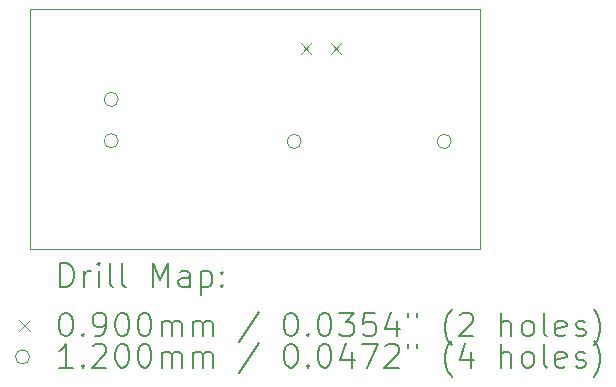
<source format=gbr>
%TF.GenerationSoftware,KiCad,Pcbnew,7.0.8*%
%TF.CreationDate,2024-01-27T00:41:18-03:00*%
%TF.ProjectId,Tarefa2,54617265-6661-4322-9e6b-696361645f70,rev?*%
%TF.SameCoordinates,Original*%
%TF.FileFunction,Drillmap*%
%TF.FilePolarity,Positive*%
%FSLAX45Y45*%
G04 Gerber Fmt 4.5, Leading zero omitted, Abs format (unit mm)*
G04 Created by KiCad (PCBNEW 7.0.8) date 2024-01-27 00:41:18*
%MOMM*%
%LPD*%
G01*
G04 APERTURE LIST*
%ADD10C,0.100000*%
%ADD11C,0.200000*%
%ADD12C,0.090000*%
%ADD13C,0.120000*%
G04 APERTURE END LIST*
D10*
X6375400Y-5562600D02*
X10185400Y-5562600D01*
X10185400Y-7594600D01*
X6375400Y-7594600D01*
X6375400Y-5562600D01*
D11*
D12*
X8666700Y-5847800D02*
X8756700Y-5937800D01*
X8756700Y-5847800D02*
X8666700Y-5937800D01*
X8920700Y-5847800D02*
X9010700Y-5937800D01*
X9010700Y-5847800D02*
X8920700Y-5937800D01*
D13*
X7121200Y-6324600D02*
G75*
G03*
X7121200Y-6324600I-60000J0D01*
G01*
X7121200Y-6674600D02*
G75*
G03*
X7121200Y-6674600I-60000J0D01*
G01*
X8670600Y-6680200D02*
G75*
G03*
X8670600Y-6680200I-60000J0D01*
G01*
X9940600Y-6680200D02*
G75*
G03*
X9940600Y-6680200I-60000J0D01*
G01*
D11*
X6631177Y-7911084D02*
X6631177Y-7711084D01*
X6631177Y-7711084D02*
X6678796Y-7711084D01*
X6678796Y-7711084D02*
X6707367Y-7720608D01*
X6707367Y-7720608D02*
X6726415Y-7739655D01*
X6726415Y-7739655D02*
X6735939Y-7758703D01*
X6735939Y-7758703D02*
X6745462Y-7796798D01*
X6745462Y-7796798D02*
X6745462Y-7825369D01*
X6745462Y-7825369D02*
X6735939Y-7863465D01*
X6735939Y-7863465D02*
X6726415Y-7882512D01*
X6726415Y-7882512D02*
X6707367Y-7901560D01*
X6707367Y-7901560D02*
X6678796Y-7911084D01*
X6678796Y-7911084D02*
X6631177Y-7911084D01*
X6831177Y-7911084D02*
X6831177Y-7777750D01*
X6831177Y-7815846D02*
X6840701Y-7796798D01*
X6840701Y-7796798D02*
X6850224Y-7787274D01*
X6850224Y-7787274D02*
X6869272Y-7777750D01*
X6869272Y-7777750D02*
X6888320Y-7777750D01*
X6954986Y-7911084D02*
X6954986Y-7777750D01*
X6954986Y-7711084D02*
X6945462Y-7720608D01*
X6945462Y-7720608D02*
X6954986Y-7730131D01*
X6954986Y-7730131D02*
X6964510Y-7720608D01*
X6964510Y-7720608D02*
X6954986Y-7711084D01*
X6954986Y-7711084D02*
X6954986Y-7730131D01*
X7078796Y-7911084D02*
X7059748Y-7901560D01*
X7059748Y-7901560D02*
X7050224Y-7882512D01*
X7050224Y-7882512D02*
X7050224Y-7711084D01*
X7183558Y-7911084D02*
X7164510Y-7901560D01*
X7164510Y-7901560D02*
X7154986Y-7882512D01*
X7154986Y-7882512D02*
X7154986Y-7711084D01*
X7412129Y-7911084D02*
X7412129Y-7711084D01*
X7412129Y-7711084D02*
X7478796Y-7853941D01*
X7478796Y-7853941D02*
X7545462Y-7711084D01*
X7545462Y-7711084D02*
X7545462Y-7911084D01*
X7726415Y-7911084D02*
X7726415Y-7806322D01*
X7726415Y-7806322D02*
X7716891Y-7787274D01*
X7716891Y-7787274D02*
X7697843Y-7777750D01*
X7697843Y-7777750D02*
X7659748Y-7777750D01*
X7659748Y-7777750D02*
X7640701Y-7787274D01*
X7726415Y-7901560D02*
X7707367Y-7911084D01*
X7707367Y-7911084D02*
X7659748Y-7911084D01*
X7659748Y-7911084D02*
X7640701Y-7901560D01*
X7640701Y-7901560D02*
X7631177Y-7882512D01*
X7631177Y-7882512D02*
X7631177Y-7863465D01*
X7631177Y-7863465D02*
X7640701Y-7844417D01*
X7640701Y-7844417D02*
X7659748Y-7834893D01*
X7659748Y-7834893D02*
X7707367Y-7834893D01*
X7707367Y-7834893D02*
X7726415Y-7825369D01*
X7821653Y-7777750D02*
X7821653Y-7977750D01*
X7821653Y-7787274D02*
X7840701Y-7777750D01*
X7840701Y-7777750D02*
X7878796Y-7777750D01*
X7878796Y-7777750D02*
X7897843Y-7787274D01*
X7897843Y-7787274D02*
X7907367Y-7796798D01*
X7907367Y-7796798D02*
X7916891Y-7815846D01*
X7916891Y-7815846D02*
X7916891Y-7872988D01*
X7916891Y-7872988D02*
X7907367Y-7892036D01*
X7907367Y-7892036D02*
X7897843Y-7901560D01*
X7897843Y-7901560D02*
X7878796Y-7911084D01*
X7878796Y-7911084D02*
X7840701Y-7911084D01*
X7840701Y-7911084D02*
X7821653Y-7901560D01*
X8002605Y-7892036D02*
X8012129Y-7901560D01*
X8012129Y-7901560D02*
X8002605Y-7911084D01*
X8002605Y-7911084D02*
X7993082Y-7901560D01*
X7993082Y-7901560D02*
X8002605Y-7892036D01*
X8002605Y-7892036D02*
X8002605Y-7911084D01*
X8002605Y-7787274D02*
X8012129Y-7796798D01*
X8012129Y-7796798D02*
X8002605Y-7806322D01*
X8002605Y-7806322D02*
X7993082Y-7796798D01*
X7993082Y-7796798D02*
X8002605Y-7787274D01*
X8002605Y-7787274D02*
X8002605Y-7806322D01*
D12*
X6280400Y-8194600D02*
X6370400Y-8284600D01*
X6370400Y-8194600D02*
X6280400Y-8284600D01*
D11*
X6669272Y-8131084D02*
X6688320Y-8131084D01*
X6688320Y-8131084D02*
X6707367Y-8140608D01*
X6707367Y-8140608D02*
X6716891Y-8150131D01*
X6716891Y-8150131D02*
X6726415Y-8169179D01*
X6726415Y-8169179D02*
X6735939Y-8207274D01*
X6735939Y-8207274D02*
X6735939Y-8254893D01*
X6735939Y-8254893D02*
X6726415Y-8292988D01*
X6726415Y-8292988D02*
X6716891Y-8312036D01*
X6716891Y-8312036D02*
X6707367Y-8321560D01*
X6707367Y-8321560D02*
X6688320Y-8331084D01*
X6688320Y-8331084D02*
X6669272Y-8331084D01*
X6669272Y-8331084D02*
X6650224Y-8321560D01*
X6650224Y-8321560D02*
X6640701Y-8312036D01*
X6640701Y-8312036D02*
X6631177Y-8292988D01*
X6631177Y-8292988D02*
X6621653Y-8254893D01*
X6621653Y-8254893D02*
X6621653Y-8207274D01*
X6621653Y-8207274D02*
X6631177Y-8169179D01*
X6631177Y-8169179D02*
X6640701Y-8150131D01*
X6640701Y-8150131D02*
X6650224Y-8140608D01*
X6650224Y-8140608D02*
X6669272Y-8131084D01*
X6821653Y-8312036D02*
X6831177Y-8321560D01*
X6831177Y-8321560D02*
X6821653Y-8331084D01*
X6821653Y-8331084D02*
X6812129Y-8321560D01*
X6812129Y-8321560D02*
X6821653Y-8312036D01*
X6821653Y-8312036D02*
X6821653Y-8331084D01*
X6926415Y-8331084D02*
X6964510Y-8331084D01*
X6964510Y-8331084D02*
X6983558Y-8321560D01*
X6983558Y-8321560D02*
X6993082Y-8312036D01*
X6993082Y-8312036D02*
X7012129Y-8283465D01*
X7012129Y-8283465D02*
X7021653Y-8245369D01*
X7021653Y-8245369D02*
X7021653Y-8169179D01*
X7021653Y-8169179D02*
X7012129Y-8150131D01*
X7012129Y-8150131D02*
X7002605Y-8140608D01*
X7002605Y-8140608D02*
X6983558Y-8131084D01*
X6983558Y-8131084D02*
X6945462Y-8131084D01*
X6945462Y-8131084D02*
X6926415Y-8140608D01*
X6926415Y-8140608D02*
X6916891Y-8150131D01*
X6916891Y-8150131D02*
X6907367Y-8169179D01*
X6907367Y-8169179D02*
X6907367Y-8216798D01*
X6907367Y-8216798D02*
X6916891Y-8235846D01*
X6916891Y-8235846D02*
X6926415Y-8245369D01*
X6926415Y-8245369D02*
X6945462Y-8254893D01*
X6945462Y-8254893D02*
X6983558Y-8254893D01*
X6983558Y-8254893D02*
X7002605Y-8245369D01*
X7002605Y-8245369D02*
X7012129Y-8235846D01*
X7012129Y-8235846D02*
X7021653Y-8216798D01*
X7145462Y-8131084D02*
X7164510Y-8131084D01*
X7164510Y-8131084D02*
X7183558Y-8140608D01*
X7183558Y-8140608D02*
X7193082Y-8150131D01*
X7193082Y-8150131D02*
X7202605Y-8169179D01*
X7202605Y-8169179D02*
X7212129Y-8207274D01*
X7212129Y-8207274D02*
X7212129Y-8254893D01*
X7212129Y-8254893D02*
X7202605Y-8292988D01*
X7202605Y-8292988D02*
X7193082Y-8312036D01*
X7193082Y-8312036D02*
X7183558Y-8321560D01*
X7183558Y-8321560D02*
X7164510Y-8331084D01*
X7164510Y-8331084D02*
X7145462Y-8331084D01*
X7145462Y-8331084D02*
X7126415Y-8321560D01*
X7126415Y-8321560D02*
X7116891Y-8312036D01*
X7116891Y-8312036D02*
X7107367Y-8292988D01*
X7107367Y-8292988D02*
X7097843Y-8254893D01*
X7097843Y-8254893D02*
X7097843Y-8207274D01*
X7097843Y-8207274D02*
X7107367Y-8169179D01*
X7107367Y-8169179D02*
X7116891Y-8150131D01*
X7116891Y-8150131D02*
X7126415Y-8140608D01*
X7126415Y-8140608D02*
X7145462Y-8131084D01*
X7335939Y-8131084D02*
X7354986Y-8131084D01*
X7354986Y-8131084D02*
X7374034Y-8140608D01*
X7374034Y-8140608D02*
X7383558Y-8150131D01*
X7383558Y-8150131D02*
X7393082Y-8169179D01*
X7393082Y-8169179D02*
X7402605Y-8207274D01*
X7402605Y-8207274D02*
X7402605Y-8254893D01*
X7402605Y-8254893D02*
X7393082Y-8292988D01*
X7393082Y-8292988D02*
X7383558Y-8312036D01*
X7383558Y-8312036D02*
X7374034Y-8321560D01*
X7374034Y-8321560D02*
X7354986Y-8331084D01*
X7354986Y-8331084D02*
X7335939Y-8331084D01*
X7335939Y-8331084D02*
X7316891Y-8321560D01*
X7316891Y-8321560D02*
X7307367Y-8312036D01*
X7307367Y-8312036D02*
X7297843Y-8292988D01*
X7297843Y-8292988D02*
X7288320Y-8254893D01*
X7288320Y-8254893D02*
X7288320Y-8207274D01*
X7288320Y-8207274D02*
X7297843Y-8169179D01*
X7297843Y-8169179D02*
X7307367Y-8150131D01*
X7307367Y-8150131D02*
X7316891Y-8140608D01*
X7316891Y-8140608D02*
X7335939Y-8131084D01*
X7488320Y-8331084D02*
X7488320Y-8197750D01*
X7488320Y-8216798D02*
X7497843Y-8207274D01*
X7497843Y-8207274D02*
X7516891Y-8197750D01*
X7516891Y-8197750D02*
X7545463Y-8197750D01*
X7545463Y-8197750D02*
X7564510Y-8207274D01*
X7564510Y-8207274D02*
X7574034Y-8226322D01*
X7574034Y-8226322D02*
X7574034Y-8331084D01*
X7574034Y-8226322D02*
X7583558Y-8207274D01*
X7583558Y-8207274D02*
X7602605Y-8197750D01*
X7602605Y-8197750D02*
X7631177Y-8197750D01*
X7631177Y-8197750D02*
X7650224Y-8207274D01*
X7650224Y-8207274D02*
X7659748Y-8226322D01*
X7659748Y-8226322D02*
X7659748Y-8331084D01*
X7754986Y-8331084D02*
X7754986Y-8197750D01*
X7754986Y-8216798D02*
X7764510Y-8207274D01*
X7764510Y-8207274D02*
X7783558Y-8197750D01*
X7783558Y-8197750D02*
X7812129Y-8197750D01*
X7812129Y-8197750D02*
X7831177Y-8207274D01*
X7831177Y-8207274D02*
X7840701Y-8226322D01*
X7840701Y-8226322D02*
X7840701Y-8331084D01*
X7840701Y-8226322D02*
X7850224Y-8207274D01*
X7850224Y-8207274D02*
X7869272Y-8197750D01*
X7869272Y-8197750D02*
X7897843Y-8197750D01*
X7897843Y-8197750D02*
X7916891Y-8207274D01*
X7916891Y-8207274D02*
X7926415Y-8226322D01*
X7926415Y-8226322D02*
X7926415Y-8331084D01*
X8316891Y-8121560D02*
X8145463Y-8378703D01*
X8574034Y-8131084D02*
X8593082Y-8131084D01*
X8593082Y-8131084D02*
X8612129Y-8140608D01*
X8612129Y-8140608D02*
X8621653Y-8150131D01*
X8621653Y-8150131D02*
X8631177Y-8169179D01*
X8631177Y-8169179D02*
X8640701Y-8207274D01*
X8640701Y-8207274D02*
X8640701Y-8254893D01*
X8640701Y-8254893D02*
X8631177Y-8292988D01*
X8631177Y-8292988D02*
X8621653Y-8312036D01*
X8621653Y-8312036D02*
X8612129Y-8321560D01*
X8612129Y-8321560D02*
X8593082Y-8331084D01*
X8593082Y-8331084D02*
X8574034Y-8331084D01*
X8574034Y-8331084D02*
X8554987Y-8321560D01*
X8554987Y-8321560D02*
X8545463Y-8312036D01*
X8545463Y-8312036D02*
X8535939Y-8292988D01*
X8535939Y-8292988D02*
X8526415Y-8254893D01*
X8526415Y-8254893D02*
X8526415Y-8207274D01*
X8526415Y-8207274D02*
X8535939Y-8169179D01*
X8535939Y-8169179D02*
X8545463Y-8150131D01*
X8545463Y-8150131D02*
X8554987Y-8140608D01*
X8554987Y-8140608D02*
X8574034Y-8131084D01*
X8726415Y-8312036D02*
X8735939Y-8321560D01*
X8735939Y-8321560D02*
X8726415Y-8331084D01*
X8726415Y-8331084D02*
X8716891Y-8321560D01*
X8716891Y-8321560D02*
X8726415Y-8312036D01*
X8726415Y-8312036D02*
X8726415Y-8331084D01*
X8859748Y-8131084D02*
X8878796Y-8131084D01*
X8878796Y-8131084D02*
X8897844Y-8140608D01*
X8897844Y-8140608D02*
X8907368Y-8150131D01*
X8907368Y-8150131D02*
X8916891Y-8169179D01*
X8916891Y-8169179D02*
X8926415Y-8207274D01*
X8926415Y-8207274D02*
X8926415Y-8254893D01*
X8926415Y-8254893D02*
X8916891Y-8292988D01*
X8916891Y-8292988D02*
X8907368Y-8312036D01*
X8907368Y-8312036D02*
X8897844Y-8321560D01*
X8897844Y-8321560D02*
X8878796Y-8331084D01*
X8878796Y-8331084D02*
X8859748Y-8331084D01*
X8859748Y-8331084D02*
X8840701Y-8321560D01*
X8840701Y-8321560D02*
X8831177Y-8312036D01*
X8831177Y-8312036D02*
X8821653Y-8292988D01*
X8821653Y-8292988D02*
X8812129Y-8254893D01*
X8812129Y-8254893D02*
X8812129Y-8207274D01*
X8812129Y-8207274D02*
X8821653Y-8169179D01*
X8821653Y-8169179D02*
X8831177Y-8150131D01*
X8831177Y-8150131D02*
X8840701Y-8140608D01*
X8840701Y-8140608D02*
X8859748Y-8131084D01*
X8993082Y-8131084D02*
X9116891Y-8131084D01*
X9116891Y-8131084D02*
X9050225Y-8207274D01*
X9050225Y-8207274D02*
X9078796Y-8207274D01*
X9078796Y-8207274D02*
X9097844Y-8216798D01*
X9097844Y-8216798D02*
X9107368Y-8226322D01*
X9107368Y-8226322D02*
X9116891Y-8245369D01*
X9116891Y-8245369D02*
X9116891Y-8292988D01*
X9116891Y-8292988D02*
X9107368Y-8312036D01*
X9107368Y-8312036D02*
X9097844Y-8321560D01*
X9097844Y-8321560D02*
X9078796Y-8331084D01*
X9078796Y-8331084D02*
X9021653Y-8331084D01*
X9021653Y-8331084D02*
X9002606Y-8321560D01*
X9002606Y-8321560D02*
X8993082Y-8312036D01*
X9297844Y-8131084D02*
X9202606Y-8131084D01*
X9202606Y-8131084D02*
X9193082Y-8226322D01*
X9193082Y-8226322D02*
X9202606Y-8216798D01*
X9202606Y-8216798D02*
X9221653Y-8207274D01*
X9221653Y-8207274D02*
X9269272Y-8207274D01*
X9269272Y-8207274D02*
X9288320Y-8216798D01*
X9288320Y-8216798D02*
X9297844Y-8226322D01*
X9297844Y-8226322D02*
X9307368Y-8245369D01*
X9307368Y-8245369D02*
X9307368Y-8292988D01*
X9307368Y-8292988D02*
X9297844Y-8312036D01*
X9297844Y-8312036D02*
X9288320Y-8321560D01*
X9288320Y-8321560D02*
X9269272Y-8331084D01*
X9269272Y-8331084D02*
X9221653Y-8331084D01*
X9221653Y-8331084D02*
X9202606Y-8321560D01*
X9202606Y-8321560D02*
X9193082Y-8312036D01*
X9478796Y-8197750D02*
X9478796Y-8331084D01*
X9431177Y-8121560D02*
X9383558Y-8264417D01*
X9383558Y-8264417D02*
X9507368Y-8264417D01*
X9574034Y-8131084D02*
X9574034Y-8169179D01*
X9650225Y-8131084D02*
X9650225Y-8169179D01*
X9945463Y-8407274D02*
X9935939Y-8397750D01*
X9935939Y-8397750D02*
X9916891Y-8369179D01*
X9916891Y-8369179D02*
X9907368Y-8350131D01*
X9907368Y-8350131D02*
X9897844Y-8321560D01*
X9897844Y-8321560D02*
X9888320Y-8273941D01*
X9888320Y-8273941D02*
X9888320Y-8235846D01*
X9888320Y-8235846D02*
X9897844Y-8188227D01*
X9897844Y-8188227D02*
X9907368Y-8159655D01*
X9907368Y-8159655D02*
X9916891Y-8140608D01*
X9916891Y-8140608D02*
X9935939Y-8112036D01*
X9935939Y-8112036D02*
X9945463Y-8102512D01*
X10012130Y-8150131D02*
X10021653Y-8140608D01*
X10021653Y-8140608D02*
X10040701Y-8131084D01*
X10040701Y-8131084D02*
X10088320Y-8131084D01*
X10088320Y-8131084D02*
X10107368Y-8140608D01*
X10107368Y-8140608D02*
X10116891Y-8150131D01*
X10116891Y-8150131D02*
X10126415Y-8169179D01*
X10126415Y-8169179D02*
X10126415Y-8188227D01*
X10126415Y-8188227D02*
X10116891Y-8216798D01*
X10116891Y-8216798D02*
X10002606Y-8331084D01*
X10002606Y-8331084D02*
X10126415Y-8331084D01*
X10364511Y-8331084D02*
X10364511Y-8131084D01*
X10450225Y-8331084D02*
X10450225Y-8226322D01*
X10450225Y-8226322D02*
X10440701Y-8207274D01*
X10440701Y-8207274D02*
X10421653Y-8197750D01*
X10421653Y-8197750D02*
X10393082Y-8197750D01*
X10393082Y-8197750D02*
X10374034Y-8207274D01*
X10374034Y-8207274D02*
X10364511Y-8216798D01*
X10574034Y-8331084D02*
X10554987Y-8321560D01*
X10554987Y-8321560D02*
X10545463Y-8312036D01*
X10545463Y-8312036D02*
X10535939Y-8292988D01*
X10535939Y-8292988D02*
X10535939Y-8235846D01*
X10535939Y-8235846D02*
X10545463Y-8216798D01*
X10545463Y-8216798D02*
X10554987Y-8207274D01*
X10554987Y-8207274D02*
X10574034Y-8197750D01*
X10574034Y-8197750D02*
X10602606Y-8197750D01*
X10602606Y-8197750D02*
X10621653Y-8207274D01*
X10621653Y-8207274D02*
X10631177Y-8216798D01*
X10631177Y-8216798D02*
X10640701Y-8235846D01*
X10640701Y-8235846D02*
X10640701Y-8292988D01*
X10640701Y-8292988D02*
X10631177Y-8312036D01*
X10631177Y-8312036D02*
X10621653Y-8321560D01*
X10621653Y-8321560D02*
X10602606Y-8331084D01*
X10602606Y-8331084D02*
X10574034Y-8331084D01*
X10754987Y-8331084D02*
X10735939Y-8321560D01*
X10735939Y-8321560D02*
X10726415Y-8302512D01*
X10726415Y-8302512D02*
X10726415Y-8131084D01*
X10907368Y-8321560D02*
X10888320Y-8331084D01*
X10888320Y-8331084D02*
X10850225Y-8331084D01*
X10850225Y-8331084D02*
X10831177Y-8321560D01*
X10831177Y-8321560D02*
X10821653Y-8302512D01*
X10821653Y-8302512D02*
X10821653Y-8226322D01*
X10821653Y-8226322D02*
X10831177Y-8207274D01*
X10831177Y-8207274D02*
X10850225Y-8197750D01*
X10850225Y-8197750D02*
X10888320Y-8197750D01*
X10888320Y-8197750D02*
X10907368Y-8207274D01*
X10907368Y-8207274D02*
X10916892Y-8226322D01*
X10916892Y-8226322D02*
X10916892Y-8245369D01*
X10916892Y-8245369D02*
X10821653Y-8264417D01*
X10993082Y-8321560D02*
X11012130Y-8331084D01*
X11012130Y-8331084D02*
X11050225Y-8331084D01*
X11050225Y-8331084D02*
X11069273Y-8321560D01*
X11069273Y-8321560D02*
X11078796Y-8302512D01*
X11078796Y-8302512D02*
X11078796Y-8292988D01*
X11078796Y-8292988D02*
X11069273Y-8273941D01*
X11069273Y-8273941D02*
X11050225Y-8264417D01*
X11050225Y-8264417D02*
X11021653Y-8264417D01*
X11021653Y-8264417D02*
X11002606Y-8254893D01*
X11002606Y-8254893D02*
X10993082Y-8235846D01*
X10993082Y-8235846D02*
X10993082Y-8226322D01*
X10993082Y-8226322D02*
X11002606Y-8207274D01*
X11002606Y-8207274D02*
X11021653Y-8197750D01*
X11021653Y-8197750D02*
X11050225Y-8197750D01*
X11050225Y-8197750D02*
X11069273Y-8207274D01*
X11145463Y-8407274D02*
X11154987Y-8397750D01*
X11154987Y-8397750D02*
X11174034Y-8369179D01*
X11174034Y-8369179D02*
X11183558Y-8350131D01*
X11183558Y-8350131D02*
X11193082Y-8321560D01*
X11193082Y-8321560D02*
X11202606Y-8273941D01*
X11202606Y-8273941D02*
X11202606Y-8235846D01*
X11202606Y-8235846D02*
X11193082Y-8188227D01*
X11193082Y-8188227D02*
X11183558Y-8159655D01*
X11183558Y-8159655D02*
X11174034Y-8140608D01*
X11174034Y-8140608D02*
X11154987Y-8112036D01*
X11154987Y-8112036D02*
X11145463Y-8102512D01*
D13*
X6370400Y-8503600D02*
G75*
G03*
X6370400Y-8503600I-60000J0D01*
G01*
D11*
X6735939Y-8595084D02*
X6621653Y-8595084D01*
X6678796Y-8595084D02*
X6678796Y-8395084D01*
X6678796Y-8395084D02*
X6659748Y-8423655D01*
X6659748Y-8423655D02*
X6640701Y-8442703D01*
X6640701Y-8442703D02*
X6621653Y-8452227D01*
X6821653Y-8576036D02*
X6831177Y-8585560D01*
X6831177Y-8585560D02*
X6821653Y-8595084D01*
X6821653Y-8595084D02*
X6812129Y-8585560D01*
X6812129Y-8585560D02*
X6821653Y-8576036D01*
X6821653Y-8576036D02*
X6821653Y-8595084D01*
X6907367Y-8414131D02*
X6916891Y-8404608D01*
X6916891Y-8404608D02*
X6935939Y-8395084D01*
X6935939Y-8395084D02*
X6983558Y-8395084D01*
X6983558Y-8395084D02*
X7002605Y-8404608D01*
X7002605Y-8404608D02*
X7012129Y-8414131D01*
X7012129Y-8414131D02*
X7021653Y-8433179D01*
X7021653Y-8433179D02*
X7021653Y-8452227D01*
X7021653Y-8452227D02*
X7012129Y-8480798D01*
X7012129Y-8480798D02*
X6897843Y-8595084D01*
X6897843Y-8595084D02*
X7021653Y-8595084D01*
X7145462Y-8395084D02*
X7164510Y-8395084D01*
X7164510Y-8395084D02*
X7183558Y-8404608D01*
X7183558Y-8404608D02*
X7193082Y-8414131D01*
X7193082Y-8414131D02*
X7202605Y-8433179D01*
X7202605Y-8433179D02*
X7212129Y-8471274D01*
X7212129Y-8471274D02*
X7212129Y-8518893D01*
X7212129Y-8518893D02*
X7202605Y-8556989D01*
X7202605Y-8556989D02*
X7193082Y-8576036D01*
X7193082Y-8576036D02*
X7183558Y-8585560D01*
X7183558Y-8585560D02*
X7164510Y-8595084D01*
X7164510Y-8595084D02*
X7145462Y-8595084D01*
X7145462Y-8595084D02*
X7126415Y-8585560D01*
X7126415Y-8585560D02*
X7116891Y-8576036D01*
X7116891Y-8576036D02*
X7107367Y-8556989D01*
X7107367Y-8556989D02*
X7097843Y-8518893D01*
X7097843Y-8518893D02*
X7097843Y-8471274D01*
X7097843Y-8471274D02*
X7107367Y-8433179D01*
X7107367Y-8433179D02*
X7116891Y-8414131D01*
X7116891Y-8414131D02*
X7126415Y-8404608D01*
X7126415Y-8404608D02*
X7145462Y-8395084D01*
X7335939Y-8395084D02*
X7354986Y-8395084D01*
X7354986Y-8395084D02*
X7374034Y-8404608D01*
X7374034Y-8404608D02*
X7383558Y-8414131D01*
X7383558Y-8414131D02*
X7393082Y-8433179D01*
X7393082Y-8433179D02*
X7402605Y-8471274D01*
X7402605Y-8471274D02*
X7402605Y-8518893D01*
X7402605Y-8518893D02*
X7393082Y-8556989D01*
X7393082Y-8556989D02*
X7383558Y-8576036D01*
X7383558Y-8576036D02*
X7374034Y-8585560D01*
X7374034Y-8585560D02*
X7354986Y-8595084D01*
X7354986Y-8595084D02*
X7335939Y-8595084D01*
X7335939Y-8595084D02*
X7316891Y-8585560D01*
X7316891Y-8585560D02*
X7307367Y-8576036D01*
X7307367Y-8576036D02*
X7297843Y-8556989D01*
X7297843Y-8556989D02*
X7288320Y-8518893D01*
X7288320Y-8518893D02*
X7288320Y-8471274D01*
X7288320Y-8471274D02*
X7297843Y-8433179D01*
X7297843Y-8433179D02*
X7307367Y-8414131D01*
X7307367Y-8414131D02*
X7316891Y-8404608D01*
X7316891Y-8404608D02*
X7335939Y-8395084D01*
X7488320Y-8595084D02*
X7488320Y-8461750D01*
X7488320Y-8480798D02*
X7497843Y-8471274D01*
X7497843Y-8471274D02*
X7516891Y-8461750D01*
X7516891Y-8461750D02*
X7545463Y-8461750D01*
X7545463Y-8461750D02*
X7564510Y-8471274D01*
X7564510Y-8471274D02*
X7574034Y-8490322D01*
X7574034Y-8490322D02*
X7574034Y-8595084D01*
X7574034Y-8490322D02*
X7583558Y-8471274D01*
X7583558Y-8471274D02*
X7602605Y-8461750D01*
X7602605Y-8461750D02*
X7631177Y-8461750D01*
X7631177Y-8461750D02*
X7650224Y-8471274D01*
X7650224Y-8471274D02*
X7659748Y-8490322D01*
X7659748Y-8490322D02*
X7659748Y-8595084D01*
X7754986Y-8595084D02*
X7754986Y-8461750D01*
X7754986Y-8480798D02*
X7764510Y-8471274D01*
X7764510Y-8471274D02*
X7783558Y-8461750D01*
X7783558Y-8461750D02*
X7812129Y-8461750D01*
X7812129Y-8461750D02*
X7831177Y-8471274D01*
X7831177Y-8471274D02*
X7840701Y-8490322D01*
X7840701Y-8490322D02*
X7840701Y-8595084D01*
X7840701Y-8490322D02*
X7850224Y-8471274D01*
X7850224Y-8471274D02*
X7869272Y-8461750D01*
X7869272Y-8461750D02*
X7897843Y-8461750D01*
X7897843Y-8461750D02*
X7916891Y-8471274D01*
X7916891Y-8471274D02*
X7926415Y-8490322D01*
X7926415Y-8490322D02*
X7926415Y-8595084D01*
X8316891Y-8385560D02*
X8145463Y-8642703D01*
X8574034Y-8395084D02*
X8593082Y-8395084D01*
X8593082Y-8395084D02*
X8612129Y-8404608D01*
X8612129Y-8404608D02*
X8621653Y-8414131D01*
X8621653Y-8414131D02*
X8631177Y-8433179D01*
X8631177Y-8433179D02*
X8640701Y-8471274D01*
X8640701Y-8471274D02*
X8640701Y-8518893D01*
X8640701Y-8518893D02*
X8631177Y-8556989D01*
X8631177Y-8556989D02*
X8621653Y-8576036D01*
X8621653Y-8576036D02*
X8612129Y-8585560D01*
X8612129Y-8585560D02*
X8593082Y-8595084D01*
X8593082Y-8595084D02*
X8574034Y-8595084D01*
X8574034Y-8595084D02*
X8554987Y-8585560D01*
X8554987Y-8585560D02*
X8545463Y-8576036D01*
X8545463Y-8576036D02*
X8535939Y-8556989D01*
X8535939Y-8556989D02*
X8526415Y-8518893D01*
X8526415Y-8518893D02*
X8526415Y-8471274D01*
X8526415Y-8471274D02*
X8535939Y-8433179D01*
X8535939Y-8433179D02*
X8545463Y-8414131D01*
X8545463Y-8414131D02*
X8554987Y-8404608D01*
X8554987Y-8404608D02*
X8574034Y-8395084D01*
X8726415Y-8576036D02*
X8735939Y-8585560D01*
X8735939Y-8585560D02*
X8726415Y-8595084D01*
X8726415Y-8595084D02*
X8716891Y-8585560D01*
X8716891Y-8585560D02*
X8726415Y-8576036D01*
X8726415Y-8576036D02*
X8726415Y-8595084D01*
X8859748Y-8395084D02*
X8878796Y-8395084D01*
X8878796Y-8395084D02*
X8897844Y-8404608D01*
X8897844Y-8404608D02*
X8907368Y-8414131D01*
X8907368Y-8414131D02*
X8916891Y-8433179D01*
X8916891Y-8433179D02*
X8926415Y-8471274D01*
X8926415Y-8471274D02*
X8926415Y-8518893D01*
X8926415Y-8518893D02*
X8916891Y-8556989D01*
X8916891Y-8556989D02*
X8907368Y-8576036D01*
X8907368Y-8576036D02*
X8897844Y-8585560D01*
X8897844Y-8585560D02*
X8878796Y-8595084D01*
X8878796Y-8595084D02*
X8859748Y-8595084D01*
X8859748Y-8595084D02*
X8840701Y-8585560D01*
X8840701Y-8585560D02*
X8831177Y-8576036D01*
X8831177Y-8576036D02*
X8821653Y-8556989D01*
X8821653Y-8556989D02*
X8812129Y-8518893D01*
X8812129Y-8518893D02*
X8812129Y-8471274D01*
X8812129Y-8471274D02*
X8821653Y-8433179D01*
X8821653Y-8433179D02*
X8831177Y-8414131D01*
X8831177Y-8414131D02*
X8840701Y-8404608D01*
X8840701Y-8404608D02*
X8859748Y-8395084D01*
X9097844Y-8461750D02*
X9097844Y-8595084D01*
X9050225Y-8385560D02*
X9002606Y-8528417D01*
X9002606Y-8528417D02*
X9126415Y-8528417D01*
X9183558Y-8395084D02*
X9316891Y-8395084D01*
X9316891Y-8395084D02*
X9231177Y-8595084D01*
X9383558Y-8414131D02*
X9393082Y-8404608D01*
X9393082Y-8404608D02*
X9412129Y-8395084D01*
X9412129Y-8395084D02*
X9459749Y-8395084D01*
X9459749Y-8395084D02*
X9478796Y-8404608D01*
X9478796Y-8404608D02*
X9488320Y-8414131D01*
X9488320Y-8414131D02*
X9497844Y-8433179D01*
X9497844Y-8433179D02*
X9497844Y-8452227D01*
X9497844Y-8452227D02*
X9488320Y-8480798D01*
X9488320Y-8480798D02*
X9374034Y-8595084D01*
X9374034Y-8595084D02*
X9497844Y-8595084D01*
X9574034Y-8395084D02*
X9574034Y-8433179D01*
X9650225Y-8395084D02*
X9650225Y-8433179D01*
X9945463Y-8671274D02*
X9935939Y-8661750D01*
X9935939Y-8661750D02*
X9916891Y-8633179D01*
X9916891Y-8633179D02*
X9907368Y-8614131D01*
X9907368Y-8614131D02*
X9897844Y-8585560D01*
X9897844Y-8585560D02*
X9888320Y-8537941D01*
X9888320Y-8537941D02*
X9888320Y-8499846D01*
X9888320Y-8499846D02*
X9897844Y-8452227D01*
X9897844Y-8452227D02*
X9907368Y-8423655D01*
X9907368Y-8423655D02*
X9916891Y-8404608D01*
X9916891Y-8404608D02*
X9935939Y-8376036D01*
X9935939Y-8376036D02*
X9945463Y-8366512D01*
X10107368Y-8461750D02*
X10107368Y-8595084D01*
X10059749Y-8385560D02*
X10012130Y-8528417D01*
X10012130Y-8528417D02*
X10135939Y-8528417D01*
X10364511Y-8595084D02*
X10364511Y-8395084D01*
X10450225Y-8595084D02*
X10450225Y-8490322D01*
X10450225Y-8490322D02*
X10440701Y-8471274D01*
X10440701Y-8471274D02*
X10421653Y-8461750D01*
X10421653Y-8461750D02*
X10393082Y-8461750D01*
X10393082Y-8461750D02*
X10374034Y-8471274D01*
X10374034Y-8471274D02*
X10364511Y-8480798D01*
X10574034Y-8595084D02*
X10554987Y-8585560D01*
X10554987Y-8585560D02*
X10545463Y-8576036D01*
X10545463Y-8576036D02*
X10535939Y-8556989D01*
X10535939Y-8556989D02*
X10535939Y-8499846D01*
X10535939Y-8499846D02*
X10545463Y-8480798D01*
X10545463Y-8480798D02*
X10554987Y-8471274D01*
X10554987Y-8471274D02*
X10574034Y-8461750D01*
X10574034Y-8461750D02*
X10602606Y-8461750D01*
X10602606Y-8461750D02*
X10621653Y-8471274D01*
X10621653Y-8471274D02*
X10631177Y-8480798D01*
X10631177Y-8480798D02*
X10640701Y-8499846D01*
X10640701Y-8499846D02*
X10640701Y-8556989D01*
X10640701Y-8556989D02*
X10631177Y-8576036D01*
X10631177Y-8576036D02*
X10621653Y-8585560D01*
X10621653Y-8585560D02*
X10602606Y-8595084D01*
X10602606Y-8595084D02*
X10574034Y-8595084D01*
X10754987Y-8595084D02*
X10735939Y-8585560D01*
X10735939Y-8585560D02*
X10726415Y-8566512D01*
X10726415Y-8566512D02*
X10726415Y-8395084D01*
X10907368Y-8585560D02*
X10888320Y-8595084D01*
X10888320Y-8595084D02*
X10850225Y-8595084D01*
X10850225Y-8595084D02*
X10831177Y-8585560D01*
X10831177Y-8585560D02*
X10821653Y-8566512D01*
X10821653Y-8566512D02*
X10821653Y-8490322D01*
X10821653Y-8490322D02*
X10831177Y-8471274D01*
X10831177Y-8471274D02*
X10850225Y-8461750D01*
X10850225Y-8461750D02*
X10888320Y-8461750D01*
X10888320Y-8461750D02*
X10907368Y-8471274D01*
X10907368Y-8471274D02*
X10916892Y-8490322D01*
X10916892Y-8490322D02*
X10916892Y-8509370D01*
X10916892Y-8509370D02*
X10821653Y-8528417D01*
X10993082Y-8585560D02*
X11012130Y-8595084D01*
X11012130Y-8595084D02*
X11050225Y-8595084D01*
X11050225Y-8595084D02*
X11069273Y-8585560D01*
X11069273Y-8585560D02*
X11078796Y-8566512D01*
X11078796Y-8566512D02*
X11078796Y-8556989D01*
X11078796Y-8556989D02*
X11069273Y-8537941D01*
X11069273Y-8537941D02*
X11050225Y-8528417D01*
X11050225Y-8528417D02*
X11021653Y-8528417D01*
X11021653Y-8528417D02*
X11002606Y-8518893D01*
X11002606Y-8518893D02*
X10993082Y-8499846D01*
X10993082Y-8499846D02*
X10993082Y-8490322D01*
X10993082Y-8490322D02*
X11002606Y-8471274D01*
X11002606Y-8471274D02*
X11021653Y-8461750D01*
X11021653Y-8461750D02*
X11050225Y-8461750D01*
X11050225Y-8461750D02*
X11069273Y-8471274D01*
X11145463Y-8671274D02*
X11154987Y-8661750D01*
X11154987Y-8661750D02*
X11174034Y-8633179D01*
X11174034Y-8633179D02*
X11183558Y-8614131D01*
X11183558Y-8614131D02*
X11193082Y-8585560D01*
X11193082Y-8585560D02*
X11202606Y-8537941D01*
X11202606Y-8537941D02*
X11202606Y-8499846D01*
X11202606Y-8499846D02*
X11193082Y-8452227D01*
X11193082Y-8452227D02*
X11183558Y-8423655D01*
X11183558Y-8423655D02*
X11174034Y-8404608D01*
X11174034Y-8404608D02*
X11154987Y-8376036D01*
X11154987Y-8376036D02*
X11145463Y-8366512D01*
M02*

</source>
